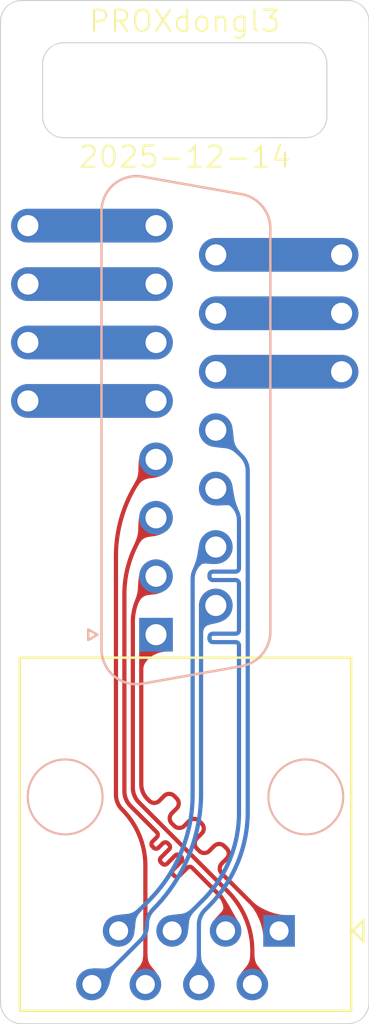
<source format=kicad_pcb>
(kicad_pcb (version 20241229) (generator "pcbnew") (generator_version "9.0")
  (layers (0 "F.Cu" signal) (2 "B.Cu" signal) (13 "F.Paste" user) (15 "B.Paste" user) (5 "F.SilkS" user "F.Silkscreen") (7 "B.SilkS" user "B.Silkscreen") (1 "F.Mask" user) (3 "B.Mask" user) (25 "Edge.Cuts" user))
  (net 0 "")
  (net 1 "unconnected-(J1-P14-Pad14)")
  (net 2 "/ETH7")
  (net 3 "/ETH6")
  (net 4 "unconnected-(J1-P15-Pad15)")
  (net 5 "/ETH1")
  (net 6 "unconnected-(J1-Pad7)")
  (net 7 "/ETH8")
  (net 8 "/ETH5")
  (net 9 "unconnected-(J1-Pad8)")
  (net 10 "unconnected-(J1-P13-Pad13)")
  (net 11 "/ETH4")
  (net 12 "/ETH3")
  (net 13 "unconnected-(J1-Pad6)")
  (net 14 "/ETH2")
  (net 15 "unconnected-(J1-Pad5)")
  (footprint "" (layer "F.Cu") (at 101.3 60.67)
    (property "Reference" "" (at 0 0 0) (layer "F.SilkS") (effects (font (size 1.27 1.27))))
    (property "Value" "")
    (pad "8" thru_hole circle (at 0 0 270) (size 1.6 1.6) (drill 1) (layers "*.Cu" "*.Mask") (net 9 "unconnected-(J1-Pad8)"))
  )
  (footprint "" (layer "F.Cu") (at 116.2 64.825)
    (property "Reference" "" (at 0 0 0) (layer "F.SilkS") (effects (font (size 1.27 1.27))))
    (property "Value" "")
    (pad "14" thru_hole circle (at 0 0 270) (size 1.6 1.6) (drill 1) (layers "*.Cu" "*.Mask") (net 1 "unconnected-(J1-P14-Pad14)"))
  )
  (footprint "" (layer "F.Cu") (at 116.2 67.595)
    (property "Reference" "" (at 0 0 0) (layer "F.SilkS") (effects (font (size 1.27 1.27))))
    (property "Value" "")
    (pad "13" thru_hole circle (at 0 0 270) (size 1.6 1.6) (drill 1) (layers "*.Cu" "*.Mask") (net 10 "unconnected-(J1-P13-Pad13)"))
  )
  (footprint "" (layer "F.Cu") (at 101.304188 63.44)
    (property "Reference" "" (at 0 0 0) (layer "F.SilkS") (effects (font (size 1.27 1.27))))
    (property "Value" "")
    (pad "7" thru_hole circle (at 0 0 270) (size 1.6 1.6) (drill 1) (layers "*.Cu" "*.Mask") (net 6 "unconnected-(J1-Pad7)"))
  )
  (footprint "" (layer "F.Cu") (at 101.3 68.98)
    (property "Reference" "" (at 0 0 0) (layer "F.SilkS") (effects (font (size 1.27 1.27))))
    (property "Value" "")
    (pad "5" thru_hole circle (at 0 0 270) (size 1.6 1.6) (drill 1) (layers "*.Cu" "*.Mask") (net 15 "unconnected-(J1-Pad5)"))
  )
  (footprint "" (layer "F.Cu") (at 116.2 62.055)
    (property "Reference" "" (at 0 0 0) (layer "F.SilkS") (effects (font (size 1.27 1.27))))
    (property "Value" "")
    (pad "15" thru_hole circle (at 0 0 270) (size 1.6 1.6) (drill 1) (layers "*.Cu" "*.Mask") (net 4 "unconnected-(J1-P15-Pad15)"))
  )
  (footprint "" (layer "F.Cu") (at 101.3 66.21)
    (property "Reference" "" (at 0 0 0) (layer "F.SilkS") (effects (font (size 1.27 1.27))))
    (property "Value" "")
    (pad "6" thru_hole circle (at 0 0 270) (size 1.6 1.6) (drill 1) (layers "*.Cu" "*.Mask") (net 13 "unconnected-(J1-Pad6)"))
  )
  (footprint "Connector_RJ:RJ45_OST_PJ012-8P8CX_Vertical" (layer "F.Cu") (at 113.23 94.1 180)
    (property "Reference" "J2" (hide yes))
    (property "Value" "RJ45" (hide yes))
    (fp_line (start 12.31 12.95) (end -3.42 12.95) (stroke (width 0.12)) (layer "F.SilkS"))
    (fp_line (start 12.31 -3.79) (end 12.31 12.95) (stroke (width 0.12)) (layer "F.SilkS"))
    (fp_line (start 12.3 -3.79) (end -3.42 -3.79) (stroke (width 0.12)) (layer "F.SilkS"))
    (fp_line (start -3.42 -3.79) (end -3.42 12.95) (stroke (width 0.12)) (layer "F.SilkS"))
    (fp_line (start -3.5 0) (end -4 -0.5) (stroke (width 0.12)) (layer "F.SilkS"))
    (fp_line (start -4 0.5) (end -3.5 0) (stroke (width 0.12)) (layer "F.SilkS"))
    (fp_line (start -4 -0.5) (end -4 0.5) (stroke (width 0.12)) (layer "F.SilkS"))
    (pad "" np_thru_hole circle (at -1.27 6.35 180) (size 3.65 3.65) (drill 3.45) (layers "*.Cu" "*.SilkS" "*.Mask"))
    (pad "" np_thru_hole circle (at 10.16 6.35 180) (size 3.65 3.65) (drill 3.45) (layers "*.Cu" "*.SilkS" "*.Mask"))
    (pad "1" thru_hole rect (at 0 0 180) (size 1.5 1.5) (drill 0.9) (layers "*.Cu" "*.Mask") (net 5 "/ETH1"))
    (pad "2" thru_hole circle (at 1.27 -2.54 180) (size 1.5 1.5) (drill 0.9) (layers "*.Cu" "*.Mask") (net 14 "/ETH2"))
    (pad "3" thru_hole circle (at 2.54 0 180) (size 1.5 1.5) (drill 0.9) (layers "*.Cu" "*.Mask") (net 12 "/ETH3"))
    (pad "4" thru_hole circle (at 3.81 -2.54 180) (size 1.5 1.5) (drill 0.9) (layers "*.Cu" "*.Mask") (net 11 "/ETH4"))
    (pad "5" thru_hole circle (at 5.08 0 180) (size 1.5 1.5) (drill 0.9) (layers "*.Cu" "*.Mask") (net 8 "/ETH5"))
    (pad "6" thru_hole circle (at 6.35 -2.54 180) (size 1.5 1.5) (drill 0.9) (layers "*.Cu" "*.Mask") (net 3 "/ETH6"))
    (pad "7" thru_hole circle (at 7.62 0 180) (size 1.5 1.5) (drill 0.9) (layers "*.Cu" "*.Mask") (net 2 "/ETH7"))
    (pad "8" thru_hole circle (at 8.89 -2.54 180) (size 1.5 1.5) (drill 0.9) (layers "*.Cu" "*.Mask") (net 7 "/ETH8"))
  )
  (footprint "Connector_Dsub:DSUB-15_Socket_Vertical_P2.77x2.84mm" (layer "B.Cu") (at 107.385 80.06 -90)
    (property "Reference" "J1" (hide yes))
    (property "Value" "DA15_Socket" (hide yes))
    (fp_line (start -0.248149 3.216506) (end 0.251851 3.216506) (stroke (width 0.12)) (layer "B.SilkS"))
    (fp_line (start 0.251851 3.216506) (end 0.001851 2.783493) (stroke (width 0.12)) (layer "B.SilkS"))
    (fp_line (start 0.001851 2.783493) (end -0.248149 3.216506) (stroke (width 0.12)) (layer "B.SilkS"))
    (fp_line (start -20.076689 2.59) (end 0.686689 2.59) (stroke (width 0.12)) (layer "B.SilkS"))
    (fp_line (start 2.32147 0.641744) (end 1.492733 -4.058256) (stroke (width 0.12)) (layer "B.SilkS"))
    (fp_line (start -20.882733 -4.058256) (end -21.71147 0.641744) (stroke (width 0.12)) (layer "B.SilkS"))
    (fp_line (start -0.142048 -5.43) (end -19.247952 -5.43) (stroke (width 0.12)) (layer "B.SilkS"))
    (fp_arc (start -20.076689 2.59) (mid -21.348323 1.997027) (end -21.71147 0.641744) (stroke (width 0.12)) (layer "B.SilkS"))
    (fp_arc (start 2.32147 0.641744) (mid 1.958323 1.997027) (end 0.686689 2.59) (stroke (width 0.12)) (layer "B.SilkS"))
    (fp_arc (start -20.882733 -4.058256) (mid -20.31498 -5.041634) (end -19.247952 -5.43) (stroke (width 0.12)) (layer "B.SilkS"))
    (fp_arc (start -0.142048 -5.43) (mid 0.92498 -5.041634) (end 1.492733 -4.058256) (stroke (width 0.12)) (layer "B.SilkS"))
    (pad "1" thru_hole rect (at 0 0 270) (size 1.6 1.6) (drill 1) (layers "*.Cu" "*.Mask") (net 5 "/ETH1"))
    (pad "2" thru_hole circle (at -2.77 0 270) (size 1.6 1.6) (drill 1) (layers "*.Cu" "*.Mask") (net 14 "/ETH2"))
    (pad "3" thru_hole circle (at -5.54 0 270) (size 1.6 1.6) (drill 1) (layers "*.Cu" "*.Mask") (net 12 "/ETH3"))
    (pad "4" thru_hole circle (at -8.31 0 270) (size 1.6 1.6) (drill 1) (layers "*.Cu" "*.Mask") (net 3 "/ETH6"))
    (pad "5" thru_hole circle (at -11.08 0 270) (size 1.6 1.6) (drill 1) (layers "*.Cu" "*.Mask") (net 15 "unconnected-(J1-Pad5)"))
    (pad "6" thru_hole circle (at -13.85 0 270) (size 1.6 1.6) (drill 1) (layers "*.Cu" "*.Mask") (net 13 "unconnected-(J1-Pad6)"))
    (pad "7" thru_hole circle (at -16.62 0 270) (size 1.6 1.6) (drill 1) (layers "*.Cu" "*.Mask") (net 6 "unconnected-(J1-Pad7)"))
    (pad "8" thru_hole circle (at -19.39 0 270) (size 1.6 1.6) (drill 1) (layers "*.Cu" "*.Mask") (net 9 "unconnected-(J1-Pad8)"))
    (pad "9" thru_hole circle (at -1.385 -2.84 270) (size 1.6 1.6) (drill 1) (layers "*.Cu" "*.Mask") (net 7 "/ETH8"))
    (pad "10" thru_hole circle (at -4.155 -2.84 270) (size 1.6 1.6) (drill 1) (layers "*.Cu" "*.Mask") (net 2 "/ETH7"))
    (pad "11" thru_hole circle (at -6.925 -2.84 270) (size 1.6 1.6) (drill 1) (layers "*.Cu" "*.Mask") (net 8 "/ETH5"))
    (pad "12" thru_hole circle (at -9.695 -2.84 270) (size 1.6 1.6) (drill 1) (layers "*.Cu" "*.Mask") (net 11 "/ETH4"))
    (pad "13" thru_hole circle (at -12.465 -2.84 270) (size 1.6 1.6) (drill 1) (layers "*.Cu" "*.Mask") (net 10 "unconnected-(J1-P13-Pad13)"))
    (pad "14" thru_hole circle (at -15.235 -2.84 270) (size 1.6 1.6) (drill 1) (layers "*.Cu" "*.Mask") (net 1 "unconnected-(J1-P14-Pad14)"))
    (pad "15" thru_hole circle (at -18.005 -2.84 270) (size 1.6 1.6) (drill 1) (layers "*.Cu" "*.Mask") (net 4 "unconnected-(J1-P15-Pad15)"))
  )
  (gr_line (start 114.5 56.5) (end 103 56.5) (stroke (width 0.05)) (layer "Edge.Cuts"))
  (gr_line (start 100 97.5) (end 100 51) (stroke (width 0.05)) (layer "Edge.Cuts"))
  (gr_line (start 117.5 51) (end 117.5 97.5) (stroke (width 0.05)) (layer "Edge.Cuts"))
  (gr_arc (start 115.5 55.5) (mid 115.207107 56.207107) (end 114.5 56.5) (stroke (width 0.05)) (layer "Edge.Cuts"))
  (gr_line (start 101 50) (end 116.5 50) (stroke (width 0.05)) (layer "Edge.Cuts"))
  (gr_arc (start 116.5 50) (mid 117.207107 50.292893) (end 117.5 51) (stroke (width 0.05)) (layer "Edge.Cuts"))
  (gr_arc (start 114.5 52) (mid 115.207107 52.292893) (end 115.5 53) (stroke (width 0.05)) (layer "Edge.Cuts"))
  (gr_arc (start 101 98.5) (mid 100.292893 98.207107) (end 100 97.5) (stroke (width 0.05)) (layer "Edge.Cuts"))
  (gr_line (start 102 55.5) (end 102 53) (stroke (width 0.05)) (layer "Edge.Cuts"))
  (gr_line (start 116.5 98.5) (end 101 98.5) (stroke (width 0.05)) (layer "Edge.Cuts"))
  (gr_line (start 103 52) (end 114.5 52) (stroke (width 0.05)) (layer "Edge.Cuts"))
  (gr_arc (start 102 53) (mid 102.292893 52.292893) (end 103 52) (stroke (width 0.05)) (layer "Edge.Cuts"))
  (gr_line (start 115.5 53) (end 115.5 55.5) (stroke (width 0.05)) (layer "Edge.Cuts"))
  (gr_arc (start 117.5 97.5) (mid 117.207107 98.207107) (end 116.5 98.5) (stroke (width 0.05)) (layer "Edge.Cuts"))
  (gr_arc (start 103 56.5) (mid 102.292893 56.207107) (end 102 55.5) (stroke (width 0.05)) (layer "Edge.Cuts"))
  (gr_arc (start 100 51) (mid 100.292893 50.292893) (end 101 50) (stroke (width 0.05)) (layer "Edge.Cuts"))
  (gr_text "PROXdongl3\n\n\n\n2025-12-14" (at 108.75 58 0) (layer "F.SilkS") (effects (font (size 1 1) (thickness 0.1)) (justify bottom)))
  (segment (start 110.225 64.825) (end 116.2 64.825) (width 1.6) (layers "F.Cu" "F.Mask") (net 1))
  (segment (start 110.225 64.825) (end 116.2 64.825) (width 1.6) (layer "B.Cu") (net 1))
  (segment (start 109.416893 76.713107) (end 110.225 75.905) (width 0.2) (layer "B.Cu") (net 2))
  (segment (start 109.124 87.641773) (end 109.124 77.420214) (width 0.2) (layer "B.Cu") (net 2))
  (segment (start 105.61 94.1) (end 107.042033 92.668001) (width 0.2) (layer "B.Cu") (net 2))
  (segment (start 105.61 94.1) (end 105.5 93.99) (width 0.2) (layer "B.Cu") (net 2))
  (arc (start 109.416893 76.713107) (mid 109.20012 77.03753) (end 109.124 77.420214) (width 0.2) (layer "B.Cu") (net 2))
  (arc (start 107.042033 92.668001) (mid 108.582913 90.361955) (end 109.124 87.641773) (width 0.2) (layer "B.Cu") (net 2))
  (segment (start 106.88 96.64) (end 106.88 91.014127) (width 0.2) (layer "F.Cu") (net 3))
  (segment (start 105.482 87.639086) (end 105.482 76.344198) (width 0.2) (layer "F.Cu") (net 3))
  (arc (start 105.774893 88.346193) (mid 106.592798 89.570264) (end 106.88 91.014127) (width 0.2) (layer "F.Cu") (net 3))
  (arc (start 107.385 71.75) (mid 105.976563 73.857856) (end 105.482 76.344198) (width 0.2) (layer "F.Cu") (net 3))
  (arc (start 105.774893 88.346193) (mid 105.55812 88.02177) (end 105.482 87.639086) (width 0.2) (layer "F.Cu") (net 3))
  (segment (start 110.225 62.055) (end 116.2 62.055) (width 1.6) (layers "F.Cu" "F.Mask") (net 4))
  (segment (start 110.225 62.055) (end 116.2 62.055) (width 1.6) (layer "B.Cu") (net 4))
  (segment (start 106.685 80.76) (end 106.685 87.140786) (width 0.2) (layer "F.Cu") (net 5))
  (segment (start 108.728115 89.12294) (end 108.960045 88.891007) (width 0.2) (layer "F.Cu") (net 5))
  (segment (start 110.62316 90.078947) (end 110.741953 90.19774) (width 0.2) (layer "F.Cu") (net 5))
  (segment (start 107.385 80.06) (end 106.685 80.76) (width 0.2) (layer "F.Cu") (net 5))
  (segment (start 110.741953 90.672916) (end 110.51002 90.904846) (width 0.2) (layer "F.Cu") (net 5))
  (segment (start 107.385 80.06) (end 106.977893 80.467107) (width 0.2) (layer "F.Cu") (net 5))
  (segment (start 107.540176 87.935001) (end 107.772106 87.703068) (width 0.2) (layer "F.Cu") (net 5))
  (segment (start 109.554014 89.484977) (end 109.322081 89.716907) (width 0.2) (layer "F.Cu") (net 5))
  (segment (start 109.916054 90.310879) (end 110.147984 90.078946) (width 0.2) (layer "F.Cu") (net 5))
  (segment (start 110.628817 91.498817) (end 111.065 91.935) (width 0.2) (layer "F.Cu") (net 5))
  (segment (start 109.435221 88.891008) (end 109.554014 89.009801) (width 0.2) (layer "F.Cu") (net 5))
  (segment (start 109.322082 90.192083) (end 109.440878 90.310878) (width 0.2) (layer "F.Cu") (net 5))
  (segment (start 108.366075 88.297038) (end 108.134142 88.528968) (width 0.2) (layer "F.Cu") (net 5))
  (segment (start 111.065 91.935) (end 113.23 94.1) (width 0.2) (layer "F.Cu") (net 5))
  (segment (start 108.247282 87.703069) (end 108.366075 87.821862) (width 0.2) (layer "F.Cu") (net 5))
  (segment (start 110.510021 91.380022) (end 110.628817 91.498817) (width 0.2) (layer "F.Cu") (net 5))
  (segment (start 106.977893 87.847893) (end 107.065 87.935) (width 0.2) (layer "F.Cu") (net 5))
  (segment (start 108.134143 89.004144) (end 108.252939 89.122939) (width 0.2) (layer "F.Cu") (net 5))
  (arc (start 108.134142 88.528968) (mid 108.035731 88.766556) (end 108.134143 89.004144) (width 0.2) (layer "F.Cu") (net 5))
  (arc (start 110.51002 90.904846) (mid 110.411609 91.142434) (end 110.510021 91.380022) (width 0.2) (layer "F.Cu") (net 5))
  (arc (start 109.440878 90.310878) (mid 109.678467 90.40929) (end 109.916054 90.310879) (width 0.2) (layer "F.Cu") (net 5))
  (arc (start 110.147984 90.078946) (mid 110.385572 89.980535) (end 110.62316 90.078947) (width 0.2) (layer "F.Cu") (net 5))
  (arc (start 110.741953 90.19774) (mid 110.840365 90.435328) (end 110.741953 90.672916) (width 0.2) (layer "F.Cu") (net 5))
  (arc (start 107.065 87.935) (mid 107.302589 88.033412) (end 107.540176 87.935001) (width 0.2) (layer "F.Cu") (net 5))
  (arc (start 108.366075 87.821862) (mid 108.464487 88.05945) (end 108.366075 88.297038) (width 0.2) (layer "F.Cu") (net 5))
  (arc (start 108.252939 89.122939) (mid 108.490528 89.221351) (end 108.728115 89.12294) (width 0.2) (layer "F.Cu") (net 5))
  (arc (start 107.772106 87.703068) (mid 108.009694 87.604657) (end 108.247282 87.703069) (width 0.2) (layer "F.Cu") (net 5))
  (arc (start 109.554014 89.009801) (mid 109.652426 89.247389) (end 109.554014 89.484977) (width 0.2) (layer "F.Cu") (net 5))
  (arc (start 106.685 87.140786) (mid 106.76112 87.52347) (end 106.977893 87.847893) (width 0.2) (layer "F.Cu") (net 5))
  (arc (start 109.322081 89.716907) (mid 109.22367 89.954495) (end 109.322082 90.192083) (width 0.2) (layer "F.Cu") (net 5))
  (arc (start 108.960045 88.891007) (mid 109.197633 88.792596) (end 109.435221 88.891008) (width 0.2) (layer "F.Cu") (net 5))
  (segment (start 107.385 63.44) (end 101.3 63.44) (width 1.6) (layers "F.Cu" "F.Mask") (net 6))
  (segment (start 107.385 63.44) (end 101.3 63.44) (width 1.6) (layer "B.Cu") (net 6))
  (segment (start 106.953893 93.828232) (end 106.953893 93.785982) (width 0.2) (layer "B.Cu") (net 7))
  (segment (start 109.525 87.578835) (end 109.525 79.789214) (width 0.2) (layer "B.Cu") (net 7))
  (segment (start 104.556339 96.64) (end 106.661 94.535339) (width 0.2) (layer "B.Cu") (net 7))
  (segment (start 104.34 96.64) (end 104.556339 96.64) (width 0.2) (layer "B.Cu") (net 7))
  (segment (start 109.817893 79.082107) (end 110.225 78.675) (width 0.2) (layer "B.Cu") (net 7))
  (arc (start 109.525 79.789214) (mid 109.60112 79.406531) (end 109.817893 79.082107) (width 0.2) (layer "B.Cu") (net 7))
  (arc (start 106.953893 93.785982) (mid 107.030013 93.403299) (end 107.246786 93.078875) (width 0.2) (layer "B.Cu") (net 7))
  (arc (start 106.661 94.535339) (mid 106.877773 94.210916) (end 106.953893 93.828232) (width 0.2) (layer "B.Cu") (net 7))
  (arc (start 107.246786 93.078875) (mid 108.932921 90.555415) (end 109.525 87.578835) (width 0.2) (layer "B.Cu") (net 7))
  (segment (start 111.033107 73.943107) (end 110.225 73.135) (width 0.2) (layer "B.Cu") (net 8))
  (segment (start 109.926 80.25231) (end 109.926 80.17231) (width 0.2) (layer "B.Cu") (net 8))
  (segment (start 109.926 77.31) (end 109.926 77.23) (width 0.2) (layer "B.Cu") (net 8))
  (segment (start 110.086 77.07) (end 111.166 77.07) (width 0.2) (layer "B.Cu") (net 8))
  (segment (start 111.166 77.47) (end 110.086 77.47) (width 0.2) (layer "B.Cu") (net 8))
  (segment (start 108.15 94.1) (end 109.613128 92.636912) (width 0.2) (layer "B.Cu") (net 8))
  (segment (start 111.326 76.91) (end 111.326 74.650214) (width 0.2) (layer "B.Cu") (net 8))
  (segment (start 111.166 80.41231) (end 110.086 80.41231) (width 0.2) (layer "B.Cu") (net 8))
  (segment (start 111.326 79.85231) (end 111.326 77.63) (width 0.2) (layer "B.Cu") (net 8))
  (segment (start 110.086 80.01231) (end 111.166 80.01231) (width 0.2) (layer "B.Cu") (net 8))
  (segment (start 111.326 88.501752) (end 111.326 80.57231) (width 0.2) (layer "B.Cu") (net 8))
  (arc (start 111.166 77.07) (mid 111.279137 77.023137) (end 111.326 76.91) (width 0.2) (layer "B.Cu") (net 8))
  (arc (start 109.926 77.23) (mid 109.972863 77.116863) (end 110.086 77.07) (width 0.2) (layer "B.Cu") (net 8))
  (arc (start 109.926 80.17231) (mid 109.972863 80.059173) (end 110.086 80.01231) (width 0.2) (layer "B.Cu") (net 8))
  (arc (start 111.326 80.57231) (mid 111.279137 80.459173) (end 111.166 80.41231) (width 0.2) (layer "B.Cu") (net 8))
  (arc (start 111.326 77.63) (mid 111.279137 77.516863) (end 111.166 77.47) (width 0.2) (layer "B.Cu") (net 8))
  (arc (start 111.326 74.650214) (mid 111.24988 74.267531) (end 111.033107 73.943107) (width 0.2) (layer "B.Cu") (net 8))
  (arc (start 110.086 77.47) (mid 109.972863 77.423137) (end 109.926 77.31) (width 0.2) (layer "B.Cu") (net 8))
  (arc (start 111.166 80.01231) (mid 111.279137 79.965447) (end 111.326 79.85231) (width 0.2) (layer "B.Cu") (net 8))
  (arc (start 110.086 80.41231) (mid 109.972863 80.365447) (end 109.926 80.25231) (width 0.2) (layer "B.Cu") (net 8))
  (arc (start 109.613128 92.636912) (mid 110.880839 90.739691) (end 111.326 88.501752) (width 0.2) (layer "B.Cu") (net 8))
  (segment (start 107.385 60.67) (end 101.3 60.67) (width 1.6) (layers "F.Cu" "F.Mask") (net 9))
  (segment (start 107.379675 60.664675) (end 107.385 60.67) (width 0.2) (layer "F.Cu") (net 9))
  (segment (start 107.385 60.67) (end 101.3 60.67) (width 1.6) (layer "B.Cu") (net 9))
  (segment (start 110.225 67.595) (end 116.2 67.595) (width 1.6) (layers "F.Cu" "F.Mask") (net 10))
  (segment (start 110.225 67.595) (end 116.2 67.595) (width 1.6) (layer "B.Cu") (net 10))
  (segment (start 109.42 93.811275) (end 109.42 96.64) (width 0.2) (layer "B.Cu") (net 11))
  (segment (start 111.741 72.295214) (end 111.741 88.450162) (width 0.2) (layer "B.Cu") (net 11))
  (segment (start 110.225 70.365) (end 111.448107 71.588107) (width 0.2) (layer "B.Cu") (net 11))
  (segment (start 109.712893 93.104207) (end 109.884176 92.932925) (width 0.2) (layer "B.Cu") (net 11))
  (arc (start 109.712893 93.104207) (mid 109.496112 93.428631) (end 109.42 93.811275) (width 0.2) (layer "B.Cu") (net 11))
  (arc (start 111.448107 71.588107) (mid 111.66488 71.91253) (end 111.741 72.295214) (width 0.2) (layer "B.Cu") (net 11))
  (arc (start 111.741 88.450162) (mid 111.258427 90.876216) (end 109.884176 92.932925) (width 0.2) (layer "B.Cu") (net 11))
  (segment (start 109.162381 91.166581) (end 109.3279 91.3321) (width 0.2) (layer "F.Cu") (net 12))
  (segment (start 109.104397 91.108597) (end 109.162381 91.166581) (width 0.2) (layer "F.Cu") (net 12))
  (segment (start 108.002727 90.238858) (end 107.619475 90.622109) (width 0.2) (layer "F.Cu") (net 12))
  (segment (start 107.4229 89.659031) (end 107.216424 89.865506) (width 0.2) (layer "F.Cu") (net 12))
  (segment (start 108.199302 91.433867) (end 108.257284 91.491849) (width 0.2) (layer "F.Cu") (net 12))
  (segment (start 107.216424 90.097437) (end 107.274406 90.155419) (width 0.2) (layer "F.Cu") (net 12))
  (segment (start 109.3279 91.3321) (end 110.281037 92.285237) (width 0.2) (layer "F.Cu") (net 12))
  (segment (start 110.281037 92.285237) (end 110.397107 92.401307) (width 0.2) (layer "F.Cu") (net 12))
  (segment (start 107.944743 89.948943) (end 108.002727 90.006927) (width 0.2) (layer "F.Cu") (net 12))
  (segment (start 107.506337 90.155419) (end 107.712812 89.948943) (width 0.2) (layer "F.Cu") (net 12))
  (segment (start 107.909388 90.912022) (end 108.292639 90.52877) (width 0.2) (layer "F.Cu") (net 12))
  (segment (start 108.582554 90.818685) (end 108.199302 91.201936) (width 0.2) (layer "F.Cu") (net 12))
  (segment (start 107.619475 90.85404) (end 107.677457 90.912022) (width 0.2) (layer "F.Cu") (net 12))
  (segment (start 105.883 78.146129) (end 105.883 87.472986) (width 0.2) (layer "F.Cu") (net 12))
  (segment (start 108.52457 90.52877) (end 108.582554 90.586754) (width 0.2) (layer "F.Cu") (net 12))
  (segment (start 106.175893 88.180093) (end 107.4229 89.4271) (width 0.2) (layer "F.Cu") (net 12))
  (segment (start 108.489215 91.491849) (end 108.872466 91.108597) (width 0.2) (layer "F.Cu") (net 12))
  (segment (start 110.69 93.108414) (end 110.69 94.1) (width 0.2) (layer "F.Cu") (net 12))
  (arc (start 107.677457 90.912022) (mid 107.793423 90.960056) (end 107.909388 90.912022) (width 0.2) (layer "F.Cu") (net 12))
  (arc (start 110.397107 92.401307) (mid 110.61388 92.725731) (end 110.69 93.108414) (width 0.2) (layer "F.Cu") (net 12))
  (arc (start 105.883 87.472986) (mid 105.95912 87.855669) (end 106.175893 88.180093) (width 0.2) (layer "F.Cu") (net 12))
  (arc (start 108.199302 91.201936) (mid 108.151268 91.317901) (end 108.199302 91.433867) (width 0.2) (layer "F.Cu") (net 12))
  (arc (start 107.4229 89.4271) (mid 107.470934 89.543066) (end 107.4229 89.659031) (width 0.2) (layer "F.Cu") (net 12))
  (arc (start 108.002727 90.006927) (mid 108.050761 90.122893) (end 108.002727 90.238858) (width 0.2) (layer "F.Cu") (net 12))
  (arc (start 107.619475 90.622109) (mid 107.571441 90.738074) (end 107.619475 90.85404) (width 0.2) (layer "F.Cu") (net 12))
  (arc (start 107.712812 89.948943) (mid 107.828777 89.900909) (end 107.944743 89.948943) (width 0.2) (layer "F.Cu") (net 12))
  (arc (start 108.292639 90.52877) (mid 108.408604 90.480736) (end 108.52457 90.52877) (width 0.2) (layer "F.Cu") (net 12))
  (arc (start 108.582554 90.586754) (mid 108.630588 90.70272) (end 108.582554 90.818685) (width 0.2) (layer "F.Cu") (net 12))
  (arc (start 107.274406 90.155419) (mid 107.390372 90.203453) (end 107.506337 90.155419) (width 0.2) (layer "F.Cu") (net 12))
  (arc (start 107.216424 89.865506) (mid 107.16839 89.981471) (end 107.216424 90.097437) (width 0.2) (layer "F.Cu") (net 12))
  (arc (start 107.385 74.52) (mid 106.273353 76.18369) (end 105.883 78.146129) (width 0.2) (layer "F.Cu") (net 12))
  (arc (start 108.872466 91.108597) (mid 108.988431 91.060563) (end 109.104397 91.108597) (width 0.2) (layer "F.Cu") (net 12))
  (arc (start 108.257284 91.491849) (mid 108.37325 91.539883) (end 108.489215 91.491849) (width 0.2) (layer "F.Cu") (net 12))
  (segment (start 107.385 66.21) (end 101.3 66.21) (width 1.6) (layers "F.Cu" "F.Mask") (net 13))
  (segment (start 107.385 66.21) (end 101.3 66.21) (width 1.6) (layer "B.Cu") (net 13))
  (segment (start 111.96 96.64) (end 111.96 95.064265) (width 0.2) (layer "F.Cu") (net 14))
  (segment (start 110.781137 92.218237) (end 106.576893 88.013993) (width 0.2) (layer "F.Cu") (net 14))
  (segment (start 107.037789 77.637211) (end 107.385 77.29) (width 0.2) (layer "F.Cu") (net 14))
  (segment (start 106.284 87.306886) (end 106.284 79.457019) (width 0.2) (layer "F.Cu") (net 14))
  (arc (start 106.576893 88.013993) (mid 106.36012 87.68957) (end 106.284 87.306886) (width 0.2) (layer "F.Cu") (net 14))
  (arc (start 107.037789 77.637211) (mid 106.479903 78.472146) (end 106.284 79.457019) (width 0.2) (layer "F.Cu") (net 14))
  (arc (start 111.96 95.064265) (mid 111.653623 93.524006) (end 110.781137 92.218237) (width 0.2) (layer "F.Cu") (net 14))
  (segment (start 107.385 68.98) (end 101.3 68.98) (width 1.6) (layers "F.Cu" "F.Mask") (net 15))
  (segment (start 107.385 68.98) (end 101.3 68.98) (width 1.6) (layer "B.Cu") (net 15))
)
</source>
